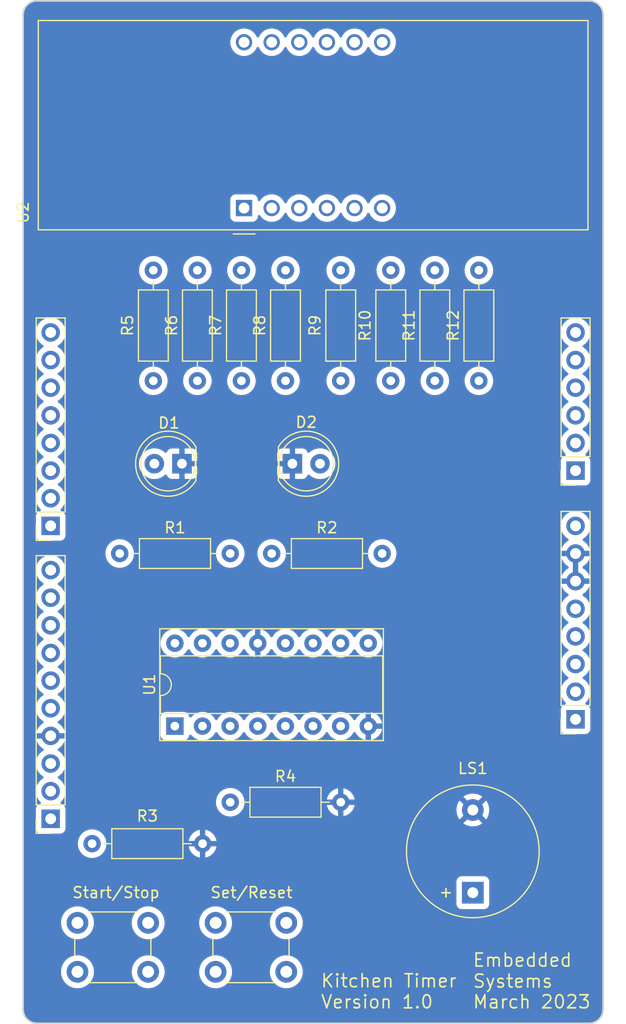
<source format=kicad_pcb>
(kicad_pcb (version 20221018) (generator pcbnew)
  (title_block (date "mar. 31 mars 2015"))
  (layers (0 "F.Cu" signal) (31 "B.Cu" power) (34 "B.Paste" user) (35 "F.Paste" user) (36 "B.SilkS" user "B.Silkscreen") (37 "F.SilkS" user "F.Silkscreen") (38 "B.Mask" user) (39 "F.Mask" user) (44 "Edge.Cuts" user))
  (net 0 "")
  (net 1 "GND")
  (net 3 "+5V")
  (net 4 "/IOREF")
  (net 5 "/A0")
  (net 6 "/A1")
  (net 7 "/A2")
  (net 8 "/A3")
  (net 9 "/SDA{slash}A4")
  (net 10 "/SCL{slash}A5")
  (net 11 "Dig1")
  (net 12 "Dig2")
  (net 13 "/AREF")
  (net 14 "Dig3")
  (net 15 "Dig4")
  (net 16 "DS")
  (net 17 "ST_CP")
  (net 18 "SH_CP")
  (net 19 "Net-(D1-A)")
  (net 20 "BUZZER")
  (net 21 "BUTTON_2")
  (net 22 "Net-(D2-A)")
  (net 23 "/TX{slash}1")
  (net 24 "BUTTON_1")
  (net 25 "/RX{slash}0")
  (net 26 "+3V3")
  (net 27 "VCC")
  (net 28 "/~{RESET}")
  (net 29 "RED_LED")
  (net 30 "GREEN_LED")
  (net 31 "a")
  (net 32 "Net-(U2-a)")
  (net 33 "b")
  (net 34 "Net-(U2-b)")
  (net 35 "c")
  (net 36 "Net-(U2-c)")
  (net 37 "d")
  (net 38 "Net-(U2-d)")
  (net 39 "e")
  (net 40 "Net-(U2-e)")
  (net 41 "f")
  (net 42 "Net-(U2-f)")
  (net 43 "g")
  (net 44 "Net-(U2-g)")
  (net 45 "dp")
  (net 46 "Net-(U2-DPX)")
  (footprint "Connector_PinSocket_2.54mm:PinSocket_1x08_P2.54mm_Vertical" (layer "F.Cu") (at 172.945 92.945 180)
    (fp_text reference "J1" hide)
    (fp_text value "Power")
    (fp_line (start -1.33 1.27) (end -1.33 19.11) (stroke (width 0.12)) (layer "F.SilkS"))
    (fp_line (start -1.33 1.27) (end 1.33 1.27) (stroke (width 0.12)) (layer "F.SilkS"))
    (fp_line (start -1.33 19.11) (end 1.33 19.11) (stroke (width 0.12)) (layer "F.SilkS"))
    (fp_line (start 0 -1.33) (end 1.33 -1.33) (stroke (width 0.12)) (layer "F.SilkS"))
    (fp_line (start 1.33 -1.33) (end 1.33 0) (stroke (width 0.12)) (layer "F.SilkS"))
    (fp_line (start 1.33 1.27) (end 1.33 19.11) (stroke (width 0.12)) (layer "F.SilkS"))
    (pad "1" thru_hole rect locked (at 0 0 180) (size 1.7 1.7) (drill 1) (layers "*.Cu" "*.Mask"))
    (pad "2" thru_hole oval locked (at 0 2.54 180) (size 1.7 1.7) (drill 1) (layers "*.Cu" "*.Mask") (net 4 "/IOREF"))
    (pad "3" thru_hole oval locked (at 0 5.08 180) (size 1.7 1.7) (drill 1) (layers "*.Cu" "*.Mask") (net 28 "/~{RESET}"))
    (pad "4" thru_hole oval locked (at 0 7.62 180) (size 1.7 1.7) (drill 1) (layers "*.Cu" "*.Mask") (net 26 "+3V3"))
    (pad "5" thru_hole oval locked (at 0 10.16 180) (size 1.7 1.7) (drill 1) (layers "*.Cu" "*.Mask") (net 3 "+5V"))
    (pad "6" thru_hole oval locked (at 0 12.7 180) (size 1.7 1.7) (drill 1) (layers "*.Cu" "*.Mask") (net 1 "GND"))
    (pad "7" thru_hole oval locked (at 0 15.24 180) (size 1.7 1.7) (drill 1) (layers "*.Cu" "*.Mask") (net 1 "GND"))
    (pad "8" thru_hole oval locked (at 0 17.78 180) (size 1.7 1.7) (drill 1) (layers "*.Cu" "*.Mask") (net 27 "VCC"))
  )
  (footprint "Connector_PinSocket_2.54mm:PinSocket_1x06_P2.54mm_Vertical" (layer "F.Cu") (at 172.945 70.085 180)
    (fp_text reference "J3" hide)
    (fp_text value "Analog")
    (fp_line (start -1.33 1.27) (end -1.33 14.03) (stroke (width 0.12)) (layer "F.SilkS"))
    (fp_line (start -1.33 1.27) (end 1.33 1.27) (stroke (width 0.12)) (layer "F.SilkS"))
    (fp_line (start -1.33 14.03) (end 1.33 14.03) (stroke (width 0.12)) (layer "F.SilkS"))
    (fp_line (start 0 -1.33) (end 1.33 -1.33) (stroke (width 0.12)) (layer "F.SilkS"))
    (fp_line (start 1.33 -1.33) (end 1.33 0) (stroke (width 0.12)) (layer "F.SilkS"))
    (fp_line (start 1.33 1.27) (end 1.33 14.03) (stroke (width 0.12)) (layer "F.SilkS"))
    (pad "1" thru_hole rect locked (at 0 0 180) (size 1.7 1.7) (drill 1) (layers "*.Cu" "*.Mask") (net 5 "/A0"))
    (pad "2" thru_hole oval locked (at 0 2.54 180) (size 1.7 1.7) (drill 1) (layers "*.Cu" "*.Mask") (net 6 "/A1"))
    (pad "3" thru_hole oval locked (at 0 5.08 180) (size 1.7 1.7) (drill 1) (layers "*.Cu" "*.Mask") (net 7 "/A2"))
    (pad "4" thru_hole oval locked (at 0 7.62 180) (size 1.7 1.7) (drill 1) (layers "*.Cu" "*.Mask") (net 8 "/A3"))
    (pad "5" thru_hole oval locked (at 0 10.16 180) (size 1.7 1.7) (drill 1) (layers "*.Cu" "*.Mask") (net 9 "/SDA{slash}A4"))
    (pad "6" thru_hole oval locked (at 0 12.7 180) (size 1.7 1.7) (drill 1) (layers "*.Cu" "*.Mask") (net 10 "/SCL{slash}A5"))
  )
  (footprint "Connector_PinSocket_2.54mm:PinSocket_1x10_P2.54mm_Vertical" (layer "F.Cu") (at 124.685 102.089 180)
    (fp_text reference "J2" hide)
    (fp_text value "Digital/PWM")
    (fp_line (start -1.33 1.27) (end -1.33 24.19) (stroke (width 0.12)) (layer "F.SilkS"))
    (fp_line (start -1.33 1.27) (end 1.33 1.27) (stroke (width 0.12)) (layer "F.SilkS"))
    (fp_line (start -1.33 24.19) (end 1.33 24.19) (stroke (width 0.12)) (layer "F.SilkS"))
    (fp_line (start 0 -1.33) (end 1.33 -1.33) (stroke (width 0.12)) (layer "F.SilkS"))
    (fp_line (start 1.33 -1.33) (end 1.33 0) (stroke (width 0.12)) (layer "F.SilkS"))
    (fp_line (start 1.33 1.27) (end 1.33 24.19) (stroke (width 0.12)) (layer "F.SilkS"))
    (pad "1" thru_hole rect locked (at 0 0 180) (size 1.7 1.7) (drill 1) (layers "*.Cu" "*.Mask") (net 10 "/SCL{slash}A5"))
    (pad "2" thru_hole oval locked (at 0 2.54 180) (size 1.7 1.7) (drill 1) (layers "*.Cu" "*.Mask") (net 9 "/SDA{slash}A4"))
    (pad "3" thru_hole oval locked (at 0 5.08 180) (size 1.7 1.7) (drill 1) (layers "*.Cu" "*.Mask") (net 13 "/AREF"))
    (pad "4" thru_hole oval locked (at 0 7.62 180) (size 1.7 1.7) (drill 1) (layers "*.Cu" "*.Mask") (net 1 "GND"))
    (pad "5" thru_hole oval locked (at 0 10.16 180) (size 1.7 1.7) (drill 1) (layers "*.Cu" "*.Mask") (net 11 "Dig1"))
    (pad "6" thru_hole oval locked (at 0 12.7 180) (size 1.7 1.7) (drill 1) (layers "*.Cu" "*.Mask") (net 12 "Dig2"))
    (pad "7" thru_hole oval locked (at 0 15.24 180) (size 1.7 1.7) (drill 1) (layers "*.Cu" "*.Mask") (net 14 "Dig3"))
    (pad "8" thru_hole oval locked (at 0 17.78 180) (size 1.7 1.7) (drill 1) (layers "*.Cu" "*.Mask") (net 15 "Dig4"))
    (pad "9" thru_hole oval locked (at 0 20.32 180) (size 1.7 1.7) (drill 1) (layers "*.Cu" "*.Mask") (net 16 "DS"))
    (pad "10" thru_hole oval locked (at 0 22.86 180) (size 1.7 1.7) (drill 1) (layers "*.Cu" "*.Mask") (net 17 "ST_CP"))
  )
  (footprint "Connector_PinSocket_2.54mm:PinSocket_1x08_P2.54mm_Vertical" (layer "F.Cu") (at 124.685 75.165 180)
    (fp_text reference "J4" hide)
    (fp_text value "Digital/PWM")
    (fp_line (start -1.33 1.27) (end -1.33 19.11) (stroke (width 0.12)) (layer "F.SilkS"))
    (fp_line (start -1.33 1.27) (end 1.33 1.27) (stroke (width 0.12)) (layer "F.SilkS"))
    (fp_line (start -1.33 19.11) (end 1.33 19.11) (stroke (width 0.12)) (layer "F.SilkS"))
    (fp_line (start 0 -1.33) (end 1.33 -1.33) (stroke (width 0.12)) (layer "F.SilkS"))
    (fp_line (start 1.33 -1.33) (end 1.33 0) (stroke (width 0.12)) (layer "F.SilkS"))
    (fp_line (start 1.33 1.27) (end 1.33 19.11) (stroke (width 0.12)) (layer "F.SilkS"))
    (pad "1" thru_hole rect locked (at 0 0 180) (size 1.7 1.7) (drill 1) (layers "*.Cu" "*.Mask") (net 18 "SH_CP"))
    (pad "2" thru_hole oval locked (at 0 2.54 180) (size 1.7 1.7) (drill 1) (layers "*.Cu" "*.Mask") (net 20 "BUZZER"))
    (pad "3" thru_hole oval locked (at 0 5.08 180) (size 1.7 1.7) (drill 1) (layers "*.Cu" "*.Mask") (net 29 "RED_LED"))
    (pad "4" thru_hole oval locked (at 0 7.62 180) (size 1.7 1.7) (drill 1) (layers "*.Cu" "*.Mask") (net 30 "GREEN_LED"))
    (pad "5" thru_hole oval locked (at 0 10.16 180) (size 1.7 1.7) (drill 1) (layers "*.Cu" "*.Mask") (net 21 "BUTTON_2"))
    (pad "6" thru_hole oval locked (at 0 12.7 180) (size 1.7 1.7) (drill 1) (layers "*.Cu" "*.Mask") (net 24 "BUTTON_1"))
    (pad "7" thru_hole oval locked (at 0 15.24 180) (size 1.7 1.7) (drill 1) (layers "*.Cu" "*.Mask") (net 23 "/TX{slash}1"))
    (pad "8" thru_hole oval locked (at 0 17.78 180) (size 1.7 1.7) (drill 1) (layers "*.Cu" "*.Mask") (net 25 "/RX{slash}0"))
  )
  (footprint "Resistor_THT:R_Axial_DIN0207_L6.3mm_D2.5mm_P10.16mm_Horizontal" (layer "F.Cu") (at 128.495 104.375)
    (fp_text reference "R3" (at 5.08 -2.54) (layer "F.SilkS"))
    (fp_text value "10k")
    (fp_line (start 1.04 0) (end 1.81 0) (stroke (width 0.12)) (layer "F.SilkS"))
    (fp_line (start 1.81 -1.37) (end 1.81 1.37) (stroke (width 0.12)) (layer "F.SilkS"))
    (fp_line (start 1.81 1.37) (end 8.35 1.37) (stroke (width 0.12)) (layer "F.SilkS"))
    (fp_line (start 8.35 -1.37) (end 1.81 -1.37) (stroke (width 0.12)) (layer "F.SilkS"))
    (fp_line (start 8.35 1.37) (end 8.35 -1.37) (stroke (width 0.12)) (layer "F.SilkS"))
    (fp_line (start 9.12 0) (end 8.35 0) (stroke (width 0.12)) (layer "F.SilkS"))
    (pad "1" thru_hole circle (at 0 0) (size 1.6 1.6) (drill 0.8) (layers "*.Cu" "*.Mask") (net 24 "BUTTON_1"))
    (pad "2" thru_hole oval (at 10.16 0) (size 1.6 1.6) (drill 0.8) (layers "*.Cu" "*.Mask") (net 1 "GND"))
  )
  (footprint "Resistor_THT:R_Axial_DIN0207_L6.3mm_D2.5mm_P10.16mm_Horizontal" (layer "F.Cu") (at 155.955 61.83 90)
    (fp_text reference "R10" (at 5.08 -2.37 90) (layer "F.SilkS"))
    (fp_text value "100")
    (fp_line (start 1.04 0) (end 1.81 0) (stroke (width 0.12)) (layer "F.SilkS"))
    (fp_line (start 1.81 -1.37) (end 1.81 1.37) (stroke (width 0.12)) (layer "F.SilkS"))
    (fp_line (start 1.81 1.37) (end 8.35 1.37) (stroke (width 0.12)) (layer "F.SilkS"))
    (fp_line (start 8.35 -1.37) (end 1.81 -1.37) (stroke (width 0.12)) (layer "F.SilkS"))
    (fp_line (start 8.35 1.37) (end 8.35 -1.37) (stroke (width 0.12)) (layer "F.SilkS"))
    (fp_line (start 9.12 0) (end 8.35 0) (stroke (width 0.12)) (layer "F.SilkS"))
    (pad "1" thru_hole circle (at 0 0 90) (size 1.6 1.6) (drill 0.8) (layers "*.Cu" "*.Mask") (net 41 "f"))
    (pad "2" thru_hole oval (at 10.16 0 90) (size 1.6 1.6) (drill 0.8) (layers "*.Cu" "*.Mask") (net 42 "Net-(U2-f)"))
  )
  (footprint "Resistor_THT:R_Axial_DIN0207_L6.3mm_D2.5mm_P10.16mm_Horizontal" (layer "F.Cu") (at 164.055 61.83 90)
    (fp_text reference "R12" (at 5.08 -2.37 90) (layer "F.SilkS"))
    (fp_text value "100")
    (fp_line (start 1.04 0) (end 1.81 0) (stroke (width 0.12)) (layer "F.SilkS"))
    (fp_line (start 1.81 -1.37) (end 1.81 1.37) (stroke (width 0.12)) (layer "F.SilkS"))
    (fp_line (start 1.81 1.37) (end 8.35 1.37) (stroke (width 0.12)) (layer "F.SilkS"))
    (fp_line (start 8.35 -1.37) (end 1.81 -1.37) (stroke (width 0.12)) (layer "F.SilkS"))
    (fp_line (start 8.35 1.37) (end 8.35 -1.37) (stroke (width 0.12)) (layer "F.SilkS"))
    (fp_line (start 9.12 0) (end 8.35 0) (stroke (width 0.12)) (layer "F.SilkS"))
    (pad "1" thru_hole circle (at 0 0 90) (size 1.6 1.6) (drill 0.8) (layers "*.Cu" "*.Mask") (net 45 "dp"))
    (pad "2" thru_hole oval (at 10.16 0 90) (size 1.6 1.6) (drill 0.8) (layers "*.Cu" "*.Mask") (net 46 "Net-(U2-DPX)"))
  )
  (footprint "Display_7Segment:CA56-12EWA" (layer "F.Cu") (at 142.465 45.955 90)
    (fp_text reference "U2" (at -0.4 -20.31 90) (layer "F.SilkS"))
    (fp_text value "CA56-12EWA")
    (fp_line (start -2.38 -1) (end -2.38 1) (stroke (width 0.12)) (layer "F.SilkS"))
    (fp_line (start -2 -18.92) (end -2 31.62) (stroke (width 0.12)) (layer "F.SilkS"))
    (fp_line (start -2 -18.92) (end 17.24 -18.92) (stroke (width 0.12)) (layer "F.SilkS"))
    (fp_line (start -2 31.62) (end 17.24 31.62) (stroke (width 0.12)) (layer "F.SilkS"))
    (fp_line (start 17.24 31.62) (end 17.24 -18.92) (stroke (width 0.12)) (layer "F.SilkS"))
    (pad "1" thru_hole rect (at 0 0 90) (size 1.5 1.5) (drill 1) (layers "*.Cu" "*.Mask") (net 40 "Net-(U2-e)"))
    (pad "2" thru_hole circle (at 0 2.54 90) (size 1.5 1.5) (drill 1) (layers "*.Cu" "*.Mask") (net 38 "Net-(U2-d)"))
    (pad "3" thru_hole circle (at 0 5.08 90) (size 1.5 1.5) (drill 1) (layers "*.Cu" "*.Mask") (net 46 "Net-(U2-DPX)"))
    (pad "4" thru_hole circle (at 0 7.62 90) (size 1.5 1.5) (drill 1) (layers "*.Cu" "*.Mask") (net 36 "Net-(U2-c)"))
    (pad "5" thru_hole circle (at 0 10.16 90) (size 1.5 1.5) (drill 1) (layers "*.Cu" "*.Mask") (net 44 "Net-(U2-g)"))
    (pad "6" thru_hole circle (at 0 12.7 90) (size 1.5 1.5) (drill 1) (layers "*.Cu" "*.Mask") (net 15 "Dig4"))
    (pad "7" thru_hole circle (at 15.24 12.7 90) (size 1.5 1.5) (drill 1) (layers "*.Cu" "*.Mask") (net 34 "Net-(U2-b)"))
    (pad "8" thru_hole circle (at 15.24 10.16 90) (size 1.5 1.5) (drill 1) (layers "*.Cu" "*.Mask") (net 14 "Dig3"))
    (pad "9" thru_hole circle (at 15.24 7.62 90) (size 1.5 1.5) (drill 1) (layers "*.Cu" "*.Mask") (net 12 "Dig2"))
    (pad "10" thru_hole circle (at 15.24 5.08 90) (size 1.5 1.5) (drill 1) (layers "*.Cu" "*.Mask") (net 42 "Net-(U2-f)"))
    (pad "11" thru_hole circle (at 15.24 2.54 90) (size 1.5 1.5) (drill 1) (layers "*.Cu" "*.Mask") (net 32 "Net-(U2-a)"))
    (pad "12" thru_hole circle (at 15.24 0 90) (size 1.5 1.5) (drill 1) (layers "*.Cu" "*.Mask") (net 11 "Dig1"))
  )
  (footprint "LED_THT:LED_D5.0mm_Clear" (layer "F.Cu") (at 146.91 69.45)
    (fp_text reference "D2" (at 1.275 -3.81) (layer "F.SilkS"))
    (fp_text value "LED")
    (fp_line (start -1.29 -1.545) (end -1.29 1.545) (stroke (width 0.12)) (layer "F.SilkS"))
    (fp_arc (start -1.29 -1.54483) (mid 2.072002 -2.880433) (end 4.26 0.000462) (stroke (width 0.12)) (layer "F.SilkS"))
    (fp_arc (start 4.26 -0.000462) (mid 2.072002 2.880433) (end -1.29 1.54483) (stroke (width 0.12)) (layer "F.SilkS"))
    (fp_circle (center 1.27 0) (end 3.77 0) (stroke (width 0.12)) (fill none) (layer "F.SilkS"))
    (pad "1" thru_hole rect (at 0 0) (size 1.8 1.8) (drill 0.9) (layers "*.Cu" "*.Mask") (net 1 "GND"))
    (pad "2" thru_hole circle (at 2.54 0) (size 1.8 1.8) (drill 0.9) (layers "*.Cu" "*.Mask") (net 22 "Net-(D2-A)"))
  )
  (footprint "Resistor_THT:R_Axial_DIN0207_L6.3mm_D2.5mm_P10.16mm_Horizontal" (layer "F.Cu") (at 151.355 61.83 90)
    (fp_text reference "R9" (at 5.08 -2.37 90) (layer "F.SilkS"))
    (fp_text value "100")
    (fp_line (start 1.04 0) (end 1.81 0) (stroke (width 0.12)) (layer "F.SilkS"))
    (fp_line (start 1.81 -1.37) (end 1.81 1.37) (stroke (width 0.12)) (layer "F.SilkS"))
    (fp_line (start 1.81 1.37) (end 8.35 1.37) (stroke (width 0.12)) (layer "F.SilkS"))
    (fp_line (start 8.35 -1.37) (end 1.81 -1.37) (stroke (width 0.12)) (layer "F.SilkS"))
    (fp_line (start 8.35 1.37) (end 8.35 -1.37) (stroke (width 0.12)) (layer "F.SilkS"))
    (fp_line (start 9.12 0) (end 8.35 0) (stroke (width 0.12)) (layer "F.SilkS"))
    (pad "1" thru_hole circle (at 0 0 90) (size 1.6 1.6) (drill 0.8) (layers "*.Cu" "*.Mask") (net 39 "e"))
    (pad "2" thru_hole oval (at 10.16 0 90) (size 1.6 1.6) (drill 0.8) (layers "*.Cu" "*.Mask") (net 40 "Net-(U2-e)"))
  )
  (footprint "Package_DIP:DIP-16_W7.62mm_Socket" (layer "F.Cu") (at 136.105 93.57 90)
    (fp_text reference "U1" (at 3.81 -2.33 90) (layer "F.SilkS"))
    (fp_text value "74HC595")
    (fp_line (start -1.33 -1.39) (end -1.33 19.17) (stroke (width 0.12)) (layer "F.SilkS"))
    (fp_line (start -1.33 19.17) (end 8.95 19.17) (stroke (width 0.12)) (layer "F.SilkS"))
    (fp_line (start 1.16 -1.33) (end 1.16 19.11) (stroke (width 0.12)) (layer "F.SilkS"))
    (fp_line (start 1.16 19.11) (end 6.46 19.11) (stroke (width 0.12)) (layer "F.SilkS"))
    (fp_line (start 2.81 -1.33) (end 1.16 -1.33) (stroke (width 0.12)) (layer "F.SilkS"))
    (fp_line (start 6.46 -1.33) (end 4.81 -1.33) (stroke (width 0.12)) (layer "F.SilkS"))
    (fp_line (start 6.46 19.11) (end 6.46 -1.33) (stroke (width 0.12)) (layer "F.SilkS"))
    (fp_line (start 8.95 -1.39) (end -1.33 -1.39) (stroke (width 0.12)) (layer "F.SilkS"))
    (fp_line (start 8.95 19.17) (end 8.95 -1.39) (stroke (width 0.12)) (layer "F.SilkS"))
    (fp_arc (start 4.81 -1.33) (mid 3.81 -0.33) (end 2.81 -1.33) (stroke (width 0.12)) (layer "F.SilkS"))
    (pad "1" thru_hole rect (at 0 0 90) (size 1.6 1.6) (drill 0.8) (layers "*.Cu" "*.Mask") (net 33 "b"))
    (pad "2" thru_hole oval (at 0 2.54 90) (size 1.6 1.6) (drill 0.8) (layers "*.Cu" "*.Mask") (net 35 "c"))
    (pad "3" thru_hole oval (at 0 5.08 90) (size 1.6 1.6) (drill 0.8) (layers "*.Cu" "*.Mask") (net 37 "d"))
    (pad "4" thru_hole oval (at 0 7.62 90) (size 1.6 1.6) (drill 0.8) (layers "*.Cu" "*.Mask") (net 39 "e"))
    (pad "5" thru_hole oval (at 0 10.16 90) (size 1.6 1.6) (drill 0.8) (layers "*.Cu" "*.Mask") (net 41 "f"))
    (pad "6" thru_hole oval (at 0 12.7 90) (size 1.6 1.6) (drill 0.8) (layers "*.Cu" "*.Mask") (net 43 "g"))
    (pad "7" thru_hole oval (at 0 15.24 90) (size 1.6 1.6) (drill 0.8) (layers "*.Cu" "*.Mask") (net 45 "dp"))
    (pad "8" thru_hole oval (at 0 17.78 90) (size 1.6 1.6) (drill 0.8) (layers "*.Cu" "*.Mask") (net 1 "GND"))
    (pad "9" thru_hole oval (at 7.62 17.78 90) (size 1.6 1.6) (drill 0.8) (layers "*.Cu" "*.Mask"))
    (pad "10" thru_hole oval (at 7.62 15.24 90) (size 1.6 1.6) (drill 0.8) (layers "*.Cu" "*.Mask") (net 27 "VCC"))
    (pad "11" thru_hole oval (at 7.62 12.7 90) (size 1.6 1.6) (drill 0.8) (layers "*.Cu" "*.Mask") (net 18 "SH_CP"))
    (pad "12" thru_hole oval (at 7.62 10.16 90) (size 1.6 1.6) (drill 0.8) (layers "*.Cu" "*.Mask") (net 17 "ST_CP"))
    (pad "13" thru_hole oval (at 7.62 7.62 90) (size 1.6 1.6) (drill 0.8) (layers "*.Cu" "*.Mask") (net 1 "GND"))
    (pad "14" thru_hole oval (at 7.62 5.08 90) (size 1.6 1.6) (drill 0.8) (layers "*.Cu" "*.Mask") (net 16 "DS"))
    (pad "15" thru_hole oval (at 7.62 2.54 90) (size 1.6 1.6) (drill 0.8) (layers "*.Cu" "*.Mask") (net 31 "a"))
    (pad "16" thru_hole oval (at 7.62 0 90) (size 1.6 1.6) (drill 0.8) (layers "*.Cu" "*.Mask") (net 27 "VCC"))
  )
  (footprint "Button_Switch_THT:SW_PUSH_6mm" (layer "F.Cu") (at 146.35 116.15 180)
    (fp_text reference "SW2" hide)
    (fp_text value "SW_Push")
    (fp_line (start -0.25 1.5) (end -0.25 3) (stroke (width 0.12)) (layer "F.SilkS"))
    (fp_line (start 1 5.5) (end 5.5 5.5) (stroke (width 0.12)) (layer "F.SilkS"))
    (fp_line (start 5.5 -1) (end 1 -1) (stroke (width 0.12)) (layer "F.SilkS"))
    (fp_line (start 6.75 3) (end 6.75 1.5) (stroke (width 0.12)) (layer "F.SilkS"))
    (pad "1" thru_hole circle (at 0 0 270) (size 2 2) (drill 1.1) (layers "*.Cu" "*.Mask") (net 27 "VCC"))
    (pad "1" thru_hole circle (at 6.5 0 270) (size 2 2) (drill 1.1) (layers "*.Cu" "*.Mask") (net 27 "VCC"))
    (pad "2" thru_hole circle (at 0 4.5 270) (size 2 2) (drill 1.1) (layers "*.Cu" "*.Mask") (net 21 "BUTTON_2"))
    (pad "2" thru_hole circle (at 6.5 4.5 270) (size 2 2) (drill 1.1) (layers "*.Cu" "*.Mask") (net 21 "BUTTON_2"))
  )
  (footprint "Resistor_THT:R_Axial_DIN0207_L6.3mm_D2.5mm_P10.16mm_Horizontal" (layer "F.Cu") (at 145.005 77.705)
    (fp_text reference "R2" (at 5.08 -2.37) (layer "F.SilkS"))
    (fp_text value "330")
    (fp_line (start 1.04 0) (end 1.81 0) (stroke (width 0.12)) (layer "F.SilkS"))
    (fp_line (start 1.81 -1.37) (end 1.81 1.37) (stroke (width 0.12)) (layer "F.SilkS"))
    (fp_line (start 1.81 1.37) (end 8.35 1.37) (stroke (width 0.12)) (layer "F.SilkS"))
    (fp_line (start 8.35 -1.37) (end 1.81 -1.37) (stroke (width 0.12)) (layer "F.SilkS"))
    (fp_line (start 8.35 1.37) (end 8.35 -1.37) (stroke (width 0.12)) (layer "F.SilkS"))
    (fp_line (start 9.12 0) (end 8.35 0) (stroke (width 0.12)) (layer "F.SilkS"))
    (pad "1" thru_hole circle (at 0 0) (size 1.6 1.6) (drill 0.8) (layers "*.Cu" "*.Mask") (net 29 "RED_LED"))
    (pad "2" thru_hole oval (at 10.16 0) (size 1.6 1.6) (drill 0.8) (layers "*.Cu" "*.Mask") (net 22 "Net-(D2-A)"))
  )
  (footprint "Resistor_THT:R_Axial_DIN0207_L6.3mm_D2.5mm_P10.16mm_Horizontal" (layer "F.Cu") (at 134.125 61.83 90)
    (fp_text reference "R5" (at 5.08 -2.37 90) (layer "F.SilkS"))
    (fp_text value "100")
    (fp_line (start 1.04 0) (end 1.81 0) (stroke (width 0.12)) (layer "F.SilkS"))
    (fp_line (start 1.81 -1.37) (end 1.81 1.37) (stroke (width 0.12)) (layer "F.SilkS"))
    (fp_line (start 1.81 1.37) (end 8.35 1.37) (stroke (width 0.12)) (layer "F.SilkS"))
    (fp_line (start 8.35 -1.37) (end 1.81 -1.37) (stroke (width 0.12)) (layer "F.SilkS"))
    (fp_line (start 8.35 1.37) (end 8.35 -1.37) (stroke (width 0.12)) (layer "F.SilkS"))
    (fp_line (start 9.12 0) (end 8.35 0) (stroke (width 0.12)) (layer "F.SilkS"))
    (pad "1" thru_hole circle (at 0 0 90) (size 1.6 1.6) (drill 0.8) (layers "*.Cu" "*.Mask") (net 31 "a"))
    (pad "2" thru_hole oval (at 10.16 0 90) (size 1.6 1.6) (drill 0.8) (layers "*.Cu" "*.Mask") (net 32 "Net-(U2-a)"))
  )
  (footprint "Resistor_THT:R_Axial_DIN0207_L6.3mm_D2.5mm_P10.16mm_Horizontal" (layer "F.Cu") (at 160.005 61.83 90)
    (fp_text reference "R11" (at 5.08 -2.37 90) (layer "F.SilkS"))
    (fp_text value "100")
    (fp_line (start 1.04 0) (end 1.81 0) (stroke (width 0.12)) (layer "F.SilkS"))
    (fp_line (start 1.81 -1.37) (end 1.81 1.37) (stroke (width 0.12)) (layer "F.SilkS"))
    (fp_line (start 1.81 1.37) (end 8.35 1.37) (stroke (width 0.12)) (layer "F.SilkS"))
    (fp_line (start 8.35 -1.37) (end 1.81 -1.37) (stroke (width 0.12)) (layer "F.SilkS"))
    (fp_line (start 8.35 1.37) (end 8.35 -1.37) (stroke (width 0.12)) (layer "F.SilkS"))
    (fp_line (start 9.12 0) (end 8.35 0) (stroke (width 0.12)) (layer "F.SilkS"))
    (pad "1" thru_hole circle (at 0 0 90) (size 1.6 1.6) (drill 0.8) (layers "*.Cu" "*.Mask") (net 43 "g"))
    (pad "2" thru_hole oval (at 10.16 0 90) (size 1.6 1.6) (drill 0.8) (layers "*.Cu" "*.Mask") (net 44 "Net-(U2-g)"))
  )
  (footprint "LED_THT:LED_D5.0mm_Clear" (layer "F.Cu") (at 136.755 69.45 180)
    (fp_text reference "D1" (at 1.195 3.74) (layer "F.SilkS"))
    (fp_text value "LED")
    (fp_line (start -1.29 -1.545) (end -1.29 1.545) (stroke (width 0.12)) (layer "F.SilkS"))
    (fp_arc (start -1.29 -1.54483) (mid 2.072002 -2.880433) (end 4.26 0.000462) (stroke (width 0.12)) (layer "F.SilkS"))
    (fp_arc (start 4.26 -0.000462) (mid 2.072002 2.880433) (end -1.29 1.54483) (stroke (width 0.12)) (layer "F.SilkS"))
    (fp_circle (center 1.27 0) (end 3.77 0) (stroke (width 0.12)) (fill none) (layer "F.SilkS"))
    (pad "1" thru_hole rect (at 0 0 180) (size 1.8 1.8) (drill 0.9) (layers "*.Cu" "*.Mask") (net 1 "GND"))
    (pad "2" thru_hole circle (at 2.54 0 180) (size 1.8 1.8) (drill 0.9) (layers "*.Cu" "*.Mask") (net 19 "Net-(D1-A)"))
  )
  (footprint "Buzzer_Beeper:Buzzer_12x9.5RM7.6" (layer "F.Cu") (at 163.5 108.88 90)
    (fp_text reference "LS1" (at 11.42 0 180) (layer "F.SilkS"))
    (fp_text value "Speaker")
    (fp_text user "+" (at -0.01 -2.54 90) (layer "F.SilkS"))
    (fp_circle (center 3.8 0) (end 9.9 0) (stroke (width 0.12)) (fill none) (layer "F.SilkS"))
    (pad "1" thru_hole rect (at 0 0 90) (size 2 2) (drill 1) (layers "*.Cu" "*.Mask") (net 20 "BUZZER"))
    (pad "2" thru_hole circle (at 7.6 0 90) (size 2 2) (drill 1) (layers "*.Cu" "*.Mask") (net 1 "GND"))
  )
  (footprint "Resistor_THT:R_Axial_DIN0207_L6.3mm_D2.5mm_P10.16mm_Horizontal" (layer "F.Cu") (at 138.175 61.83 90)
    (fp_text reference "R6" (at 5.08 -2.37 90) (layer "F.SilkS"))
    (fp_text value "100")
    (fp_line (start 1.04 0) (end 1.81 0) (stroke (width 0.12)) (layer "F.SilkS"))
    (fp_line (start 1.81 -1.37) (end 1.81 1.37) (stroke (width 0.12)) (layer "F.SilkS"))
    (fp_line (start 1.81 1.37) (end 8.35 1.37) (stroke (width 0.12)) (layer "F.SilkS"))
    (fp_line (start 8.35 -1.37) (end 1.81 -1.37) (stroke (width 0.12)) (layer "F.SilkS"))
    (fp_line (start 8.35 1.37) (end 8.35 -1.37) (stroke (width 0.12)) (layer "F.SilkS"))
    (fp_line (start 9.12 0) (end 8.35 0) (stroke (width 0.12)) (layer "F.SilkS"))
    (pad "1" thru_hole circle (at 0 0 90) (size 1.6 1.6) (drill 0.8) (layers "*.Cu" "*.Mask") (net 33 "b"))
    (pad "2" thru_hole oval (at 10.16 0 90) (size 1.6 1.6) (drill 0.8) (layers "*.Cu" "*.Mask") (net 34 "Net-(U2-b)"))
  )
  (footprint "Resistor_THT:R_Axial_DIN0207_L6.3mm_D2.5mm_P10.16mm_Horizontal" (layer "F.Cu") (at 131.035 77.705)
    (fp_text reference "R1" (at 5.08 -2.37) (layer "F.SilkS"))
    (fp_text value "330")
    (fp_line (start 1.04 0) (end 1.81 0) (stroke (width 0.12)) (layer "F.SilkS"))
    (fp_line (start 1.81 -1.37) (end 1.81 1.37) (stroke (width 0.12)) (layer "F.SilkS"))
    (fp_line (start 1.81 1.37) (end 8.35 1.37) (stroke (width 0.12)) (layer "F.SilkS"))
    (fp_line (start 8.35 -1.37) (end 1.81 -1.37) (stroke (width 0.12)) (layer "F.SilkS"))
    (fp_line (start 8.35 1.37) (end 8.35 -1.37) (stroke (width 0.12)) (layer "F.SilkS"))
    (fp_line (start 9.12 0) (end 8.35 0) (stroke (width 0.12)) (layer "F.SilkS"))
    (pad "1" thru_hole circle (at 0 0) (size 1.6 1.6) (drill 0.8) (layers "*.Cu" "*.Mask") (net 30 "GREEN_LED"))
    (pad "2" thru_hole oval (at 10.16 0) (size 1.6 1.6) (drill 0.8) (layers "*.Cu" "*.Mask") (net 19 "Net-(D1-A)"))
  )
  (footprint "Button_Switch_THT:SW_PUSH_6mm" (layer "F.Cu") (at 133.65 116.15 180)
    (fp_text reference "Start/Stop" hide)
    (fp_text value "SW_Push")
    (fp_line (start -0.25 1.5) (end -0.25 3) (stroke (width 0.12)) (layer "F.SilkS"))
    (fp_line (start 1 5.5) (end 5.5 5.5) (stroke (width 0.12)) (layer "F.SilkS"))
    (fp_line (start 5.5 -1) (end 1 -1) (stroke (width 0.12)) (layer "F.SilkS"))
    (fp_line (start 6.75 3) (end 6.75 1.5) (stroke (width 0.12)) (layer "F.SilkS"))
    (pad "1" thru_hole circle (at 0 0 270) (size 2 2) (drill 1.1) (layers "*.Cu" "*.Mask") (net 27 "VCC"))
    (pad "1" thru_hole circle (at 6.5 0 270) (size 2 2) (drill 1.1) (layers "*.Cu" "*.Mask") (net 27 "VCC"))
    (pad "2" thru_hole circle (at 0 4.5 270) (size 2 2) (drill 1.1) (layers "*.Cu" "*.Mask") (net 24 "BUTTON_1"))
    (pad "2" thru_hole circle (at 6.5 4.5 270) (size 2 2) (drill 1.1) (layers "*.Cu" "*.Mask") (net 24 "BUTTON_1"))
  )
  (footprint "Resistor_THT:R_Axial_DIN0207_L6.3mm_D2.5mm_P10.16mm_Horizontal" (layer "F.Cu") (at 146.275 61.83 90)
    (fp_text reference "R8" (at 5.08 -2.37 90) (layer "F.SilkS"))
    (fp_text value "100")
    (fp_line (start 1.04 0) (end 1.81 0) (stroke (width 0.12)) (layer "F.SilkS"))
    (fp_line (start 1.81 -1.37) (end 1.81 1.37) (stroke (width 0.12)) (layer "F.SilkS"))
    (fp_line (start 1.81 1.37) (end 8.35 1.37) (stroke (width 0.12)) (layer "F.SilkS"))
    (fp_line (start 8.35 -1.37) (end 1.81 -1.37) (stroke (width 0.12)) (layer "F.SilkS"))
    (fp_line (start 8.35 1.37) (end 8.35 -1.37) (stroke (width 0.12)) (layer "F.SilkS"))
    (fp_line (start 9.12 0) (end 8.35 0) (stroke (width 0.12)) (layer "F.SilkS"))
    (pad "1" thru_hole circle (at 0 0 90) (size 1.6 1.6) (drill 0.8) (layers "*.Cu" "*.Mask") (net 37 "d"))
    (pad "2" thru_hole oval (at 10.16 0 90) (size 1.6 1.6) (drill 0.8) (layers "*.Cu" "*.Mask") (net 38 "Net-(U2-d)"))
  )
  (footprint "Resistor_THT:R_Axial_DIN0207_L6.3mm_D2.5mm_P10.16mm_Horizontal" (layer "F.Cu") (at 141.195 100.565)
    (fp_text reference "R4" (at 5.08 -2.37) (layer "F.SilkS"))
    (fp_text value "10k")
    (fp_line (start 1.04 0) (end 1.81 0) (stroke (width 0.12)) (layer "F.SilkS"))
    (fp_line (start 1.81 -1.37) (end 1.81 1.37) (stroke (width 0.12)) (layer "F.SilkS"))
    (fp_line (start 1.81 1.37) (end 8.35 1.37) (stroke (width 0.12)) (layer "F.SilkS"))
    (fp_line (start 8.35 -1.37) (end 1.81 -1.37) (stroke (width 0.12)) (layer "F.SilkS"))
    (fp_line (start 8.35 1.37) (end 8.35 -1.37) (stroke (width 0.12)) (layer "F.SilkS"))
    (fp_line (start 9.12 0) (end 8.35 0) (stroke (width 0.12)) (layer "F.SilkS"))
    (pad "1" thru_hole circle (at 0 0) (size 1.6 1.6) (drill 0.8) (layers "*.Cu" "*.Mask") (net 21 "BUTTON_2"))
    (pad "2" thru_hole oval (at 10.16 0) (size 1.6 1.6) (drill 0.8) (layers "*.Cu" "*.Mask") (net 1 "GND"))
  )
  (footprint "Resistor_THT:R_Axial_DIN0207_L6.3mm_D2.5mm_P10.16mm_Horizontal" (layer "F.Cu") (at 142.225 61.83 90)
    (fp_text reference "R7" (at 5.08 -2.37 90) (layer "F.SilkS"))
    (fp_text value "100")
    (fp_line (start 1.04 0) (end 1.81 0) (stroke (width 0.12)) (layer "F.SilkS"))
    (fp_line (start 1.81 -1.37) (end 1.81 1.37) (stroke (width 0.12)) (layer "F.SilkS"))
    (fp_line (start 1.81 1.37) (end 8.35 1.37) (stroke (width 0.12)) (layer "F.SilkS"))
    (fp_line (start 8.35 -1.37) (end 1.81 -1.37) (stroke (width 0.12)) (layer "F.SilkS"))
    (fp_line (start 8.35 1.37) (end 8.35 -1.37) (stroke (width 0.12)) (layer "F.SilkS"))
    (fp_line (start 9.12 0) (end 8.35 0) (stroke (width 0.12)) (layer "F.SilkS"))
    (pad "1" thru_hole circle (at 0 0 90) (size 1.6 1.6) (drill 0.8) (layers "*.Cu" "*.Mask") (net 35 "c"))
    (pad "2" thru_hole oval (at 10.16 0 90) (size 1.6 1.6) (drill 0.8) (layers "*.Cu" "*.Mask") (net 36 "Net-(U2-c)"))
  )
  (gr_arc (start 123.415 120.885) (mid 122.516974 120.513026) (end 122.145 119.615) (stroke (width 0.15)) (layer "Edge.Cuts"))
  (gr_line (start 122.145 119.615) (end 122.145 28.175) (stroke (width 0.15)) (layer "Edge.Cuts"))
  (gr_line (start 174.215 120.885) (end 123.415 120.885) (stroke (width 0.15)) (layer "Edge.Cuts"))
  (gr_line (start 175.485 28.175) (end 175.485 119.615) (stroke (width 0.15)) (layer "Edge.Cuts"))
  (gr_line (start 123.415 26.905) (end 174.215 26.905) (stroke (width 0.15)) (layer "Edge.Cuts"))
  (gr_arc (start 122.145 28.175) (mid 122.516974 27.276974) (end 123.415 26.905) (stroke (width 0.15)) (layer "Edge.Cuts"))
  (gr_arc (start 174.215 26.905) (mid 175.113026 27.276974) (end 175.485 28.175) (stroke (width 0.15)) (layer "Edge.Cuts"))
  (gr_arc (start 175.485 119.615) (mid 175.113026 120.513026) (end 174.215 120.885) (stroke (width 0.15)) (layer "Edge.Cuts"))
  (gr_text "Kitchen Timer\nVersion 1.0" (at 149.45 119.615) (layer "F.SilkS") (effects (font (size 1.2 1.2)) (justify left bottom)))
  (gr_text "Start/Stop\n" (at 126.59 109.455) (layer "F.SilkS") (effects (font (size 1 1)) (justify left bottom)))
  (gr_text "Set/Reset\n" (at 139.29 109.455) (layer "F.SilkS") (effects (font (size 1 1)) (justify left bottom)))
  (gr_text "Embedded \nSystems" (at 163.42 117.71) (layer "F.SilkS") (effects (font (size 1.2 1.2)) (justify left bottom)))
  (gr_text "March 2023\n" (at 163.42 119.615) (layer "F.SilkS") (effects (font (size 1.2 1.2)) (justify left bottom)))
  (zone (net 1) (net_name "GND") (layer "B.Cu") (connect_pads (clearance 0.508)) (min_thickness 0.25) (fill yes (thermal_gap 0.5) (thermal_bridge_width 0.5))
    (polygon (pts (xy 175.485 26.905) (xy 175.485 120.885) (xy 122.145 120.885) (xy 122.145 26.905)))
  )
)
</source>
